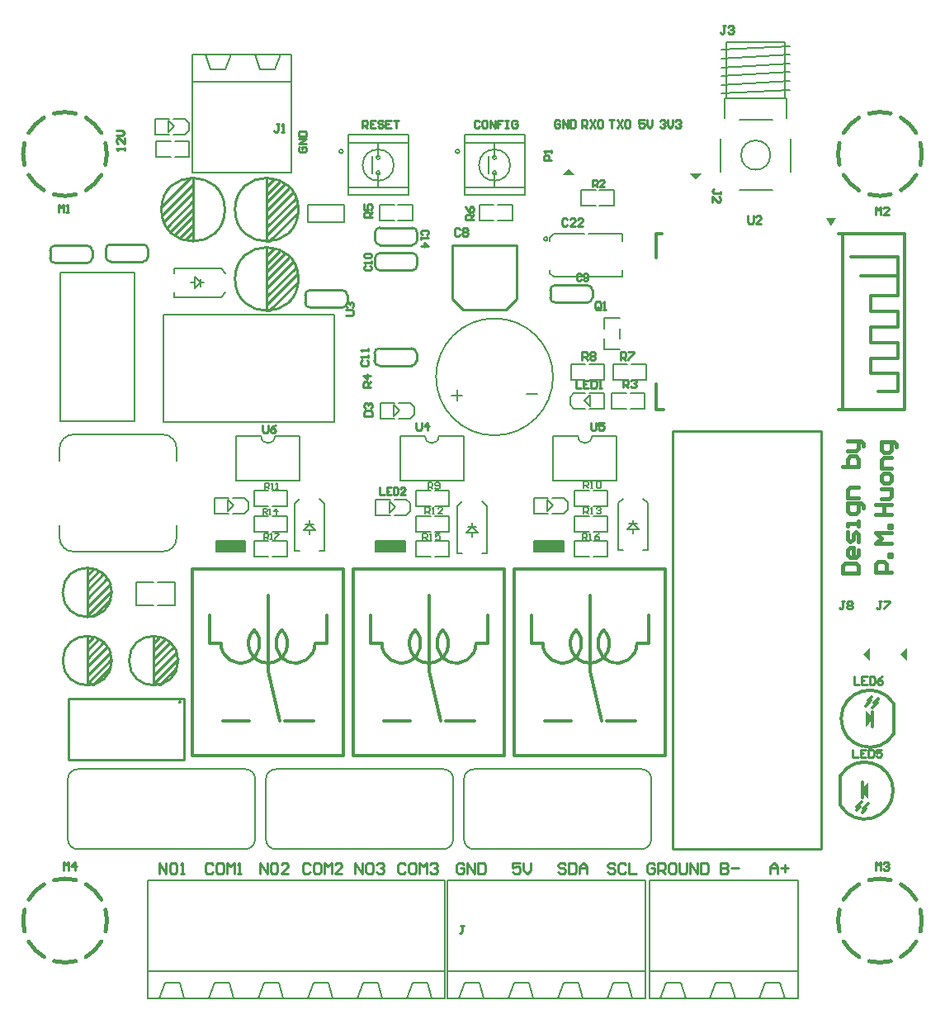
<source format=gto>
G04*
G04 #@! TF.GenerationSoftware,Altium Limited,Altium Designer,21.2.1 (34)*
G04*
G04 Layer_Color=65535*
%FSTAX24Y24*%
%MOIN*%
G70*
G04*
G04 #@! TF.SameCoordinates,A1A6E38C-14B6-47A5-B441-A3D0562B644C*
G04*
G04*
G04 #@! TF.FilePolarity,Positive*
G04*
G01*
G75*
%ADD10C,0.0157*%
%ADD11C,0.0118*%
%ADD12C,0.0079*%
%ADD13C,0.0100*%
%ADD14C,0.0070*%
%ADD15C,0.0050*%
%ADD16C,0.0040*%
%ADD17C,0.0039*%
%ADD18R,0.0366X0.1815*%
%ADD19R,0.0236X0.0236*%
G36*
X019141Y026817D02*
X017959D01*
Y026383D01*
X019141D01*
Y026817D01*
D02*
G37*
G36*
X025591D02*
X024409D01*
Y026383D01*
X025591D01*
Y026817D01*
D02*
G37*
G36*
X03246Y04161D02*
X03196D01*
X03221Y04186D01*
X03246Y04161D01*
D02*
G37*
G36*
X037312Y041425D02*
X037062Y041675D01*
X037562D01*
X037312Y041425D01*
D02*
G37*
G36*
X031991Y026383D02*
X030809D01*
Y026817D01*
X031991D01*
Y026383D01*
D02*
G37*
G36*
X042805Y039537D02*
X042608Y039852D01*
X043002D01*
X042805Y039537D01*
D02*
G37*
G36*
X04586Y022D02*
X04561Y02225D01*
X04586Y0225D01*
Y022D01*
D02*
G37*
G36*
X04436D02*
X04411Y02225D01*
X04436Y0225D01*
Y022D01*
D02*
G37*
G36*
X04451Y01965D02*
X044195Y0193D01*
Y02D01*
X04451Y01965D01*
D02*
G37*
G36*
X044305Y0164D02*
X04399Y01675D01*
X044305Y0171D01*
Y0164D01*
D02*
G37*
D10*
X045613Y010037D02*
G03*
X046233Y010657I-000846J001466D01*
G01*
X044329Y009868D02*
G03*
X045205Y009868I000438J001635D01*
G01*
X043301Y010657D02*
G03*
X04392Y010037I001466J000846D01*
G01*
X043132Y011942D02*
G03*
X043132Y011065I001635J-000438D01*
G01*
X04392Y01297D02*
G03*
X043301Y01235I000846J-001466D01*
G01*
X045205Y013139D02*
G03*
X044329Y013139I-000438J-001635D01*
G01*
X046233Y01235D02*
G03*
X045613Y01297I-001466J-000846D01*
G01*
X046402Y011065D02*
G03*
X046402Y011942I-001635J000438D01*
G01*
Y04201D02*
G03*
X046402Y042887I-001635J000438D01*
G01*
X046233Y043295D02*
G03*
X045613Y043915I-001466J-000846D01*
G01*
X045205Y044084D02*
G03*
X044329Y044084I-000438J-001635D01*
G01*
X04392Y043915D02*
G03*
X043301Y043295I000846J-001466D01*
G01*
X043132Y042887D02*
G03*
X043132Y04201I001635J-000438D01*
G01*
X043301Y041602D02*
G03*
X04392Y040982I001466J000846D01*
G01*
X044329Y040813D02*
G03*
X045205Y040813I000438J001635D01*
G01*
X045613Y040982D02*
G03*
X046233Y041602I-000846J001466D01*
G01*
X013485Y042008D02*
G03*
X013485Y042885I-001635J000438D01*
G01*
X013316Y043293D02*
G03*
X012696Y043913I-001466J-000846D01*
G01*
X012288Y044082D02*
G03*
X011412Y044082I-000438J-001635D01*
G01*
X011004Y043913D02*
G03*
X010384Y043293I000846J-001466D01*
G01*
X010215Y042885D02*
G03*
X010215Y042008I001635J-000438D01*
G01*
X010384Y0416D02*
G03*
X011004Y04098I001466J000846D01*
G01*
X011412Y040811D02*
G03*
X012288Y040811I000438J001635D01*
G01*
X012696Y04098D02*
G03*
X013316Y0416I-000846J001466D01*
G01*
X0127Y010037D02*
G03*
X01332Y010657I-000846J001466D01*
G01*
X011415Y009868D02*
G03*
X012292Y009868I000438J001635D01*
G01*
X010387Y010657D02*
G03*
X011007Y010037I001466J000846D01*
G01*
X010218Y011942D02*
G03*
X010218Y011065I001635J-000438D01*
G01*
X011007Y01297D02*
G03*
X010387Y01235I000846J-001466D01*
G01*
X012292Y013139D02*
G03*
X011415Y013139I-000438J-001635D01*
G01*
X01332Y01235D02*
G03*
X0127Y01297I-001466J-000846D01*
G01*
X013489Y011065D02*
G03*
X013489Y011942I-001635J000438D01*
G01*
X043259Y025524D02*
X043889D01*
Y025839D01*
X043784Y025944D01*
X043364D01*
X043259Y025839D01*
Y025524D01*
X043889Y026468D02*
Y026258D01*
X043784Y026153D01*
X043574D01*
X043469Y026258D01*
Y026468D01*
X043574Y026573D01*
X043679D01*
Y026153D01*
X043889Y026783D02*
Y027098D01*
X043784Y027203D01*
X043679Y027098D01*
Y026888D01*
X043574Y026783D01*
X043469Y026888D01*
Y027203D01*
X043889Y027413D02*
Y027623D01*
Y027518D01*
X043469D01*
Y027413D01*
X044099Y028148D02*
Y028252D01*
X043994Y028357D01*
X043469D01*
Y028043D01*
X043574Y027938D01*
X043784D01*
X043889Y028043D01*
Y028357D01*
Y028567D02*
X043469D01*
Y028882D01*
X043574Y028987D01*
X043889D01*
X043259Y029827D02*
X043889D01*
Y030142D01*
X043784Y030247D01*
X043679D01*
X043574D01*
X043469Y030142D01*
Y029827D01*
Y030456D02*
X043784D01*
X043889Y030561D01*
Y030876D01*
X043994D01*
X044099Y030771D01*
Y030666D01*
X043889Y030876D02*
X043469D01*
X045233Y025576D02*
X044603D01*
Y025891D01*
X044708Y025996D01*
X044918D01*
X045023Y025891D01*
Y025576D01*
X045233Y026206D02*
X045128D01*
Y026311D01*
X045233D01*
Y026206D01*
Y026731D02*
X044603D01*
X044813Y026941D01*
X044603Y02715D01*
X045233D01*
Y02736D02*
X045128D01*
Y027465D01*
X045233D01*
Y02736D01*
X044603Y027885D02*
X045233D01*
X044918D01*
Y028305D01*
X044603D01*
X045233D01*
X044813Y028515D02*
X045128D01*
X045233Y02862D01*
Y028935D01*
X044813D01*
X045233Y02925D02*
Y029459D01*
X045128Y029564D01*
X044918D01*
X044813Y029459D01*
Y02925D01*
X044918Y029145D01*
X045128D01*
X045233Y02925D01*
Y029774D02*
X044813D01*
Y030089D01*
X044918Y030194D01*
X045233D01*
X045443Y030614D02*
Y030719D01*
X045338Y030824D01*
X044813D01*
Y030509D01*
X044918Y030404D01*
X045128D01*
X045233Y030509D01*
Y030824D01*
D11*
X045336Y020242D02*
G03*
X045336Y019058I-000986J-000592D01*
G01*
X043164Y016158D02*
G03*
X043164Y017342I000986J000592D01*
G01*
X032493Y023241D02*
G03*
X033607Y023241I000557J-000557D01*
G01*
X031149Y022685D02*
G03*
X032493Y023241I000787J0D01*
G01*
X033607D02*
G03*
X034951Y022685I000557J-000557D01*
G01*
X025993Y023241D02*
G03*
X027107Y023241I000557J-000557D01*
G01*
X024649Y022685D02*
G03*
X025993Y023241I000787J0D01*
G01*
X027107D02*
G03*
X028451Y022685I000557J-000557D01*
G01*
X020607Y023241D02*
G03*
X021951Y022685I000557J-000557D01*
G01*
X018149D02*
G03*
X019493Y023241I000787J0D01*
G01*
D02*
G03*
X020607Y023241I000557J-000557D01*
G01*
X044205Y020175D02*
X04441Y02038D01*
X04429D02*
X04441D01*
X04429D02*
X044435Y020525D01*
X04444Y020525D01*
X045336Y019058D02*
Y020242D01*
X04445Y01994D02*
X04445Y01932D01*
X04468Y02044D02*
X04468Y020445D01*
X04453Y02029D02*
X04468Y02044D01*
X04453Y02029D02*
X04466D01*
X044475Y020105D02*
X04466Y02029D01*
X04409Y01602D02*
X044295Y016225D01*
X04409Y01602D02*
X04421D01*
X044065Y015875D02*
X04421Y01602D01*
X04406Y015875D02*
X044065Y015875D01*
X043164Y016158D02*
Y017342D01*
X04405Y01708D02*
X04405Y01646D01*
X04382Y015955D02*
X04382Y01596D01*
X04397Y01611D01*
X04384D02*
X04397D01*
X04384D02*
X044025Y016295D01*
X04438Y034839D02*
Y035469D01*
X045482Y036728D02*
Y038303D01*
X04438Y033579D02*
Y034209D01*
Y036098D02*
Y036728D01*
X045482Y034209D02*
Y034839D01*
Y03287D02*
Y033579D01*
X044694Y03287D02*
X045482D01*
X04438Y033579D02*
X045482D01*
X04438Y034209D02*
X045482D01*
X04438Y034839D02*
X045482D01*
X04438Y035469D02*
X045324D01*
X04438Y036098D02*
X045482D01*
X04438Y036728D02*
X045482D01*
X043986Y037516D02*
X045482D01*
X043592Y038303D02*
X045482D01*
Y035469D02*
Y036098D01*
X045324Y035469D02*
X045482D01*
X043273Y032136D02*
Y039222D01*
X043098Y032136D02*
X045754D01*
X035712D02*
X036011D01*
X043098Y039222D02*
X045754D01*
X035712D02*
X035972D01*
X035712Y032136D02*
Y033159D01*
Y038278D02*
Y039222D01*
X045754Y032136D02*
Y039222D01*
X03305Y021563D02*
X033542Y019555D01*
X031219D02*
X032302D01*
X033739D02*
X034881D01*
X030688Y022685D02*
Y023826D01*
X035412Y022685D02*
Y023826D01*
X03305Y021563D02*
Y024614D01*
X034951Y022685D02*
X035412D01*
X030688D02*
X031149D01*
X036101Y018177D02*
Y025696D01*
X029999Y018177D02*
X036101D01*
X029999D02*
Y025696D01*
X036101D01*
X02655Y021563D02*
X027042Y019555D01*
X024719D02*
X025802D01*
X027239D02*
X028381D01*
X024188Y022685D02*
Y023826D01*
X028912Y022685D02*
Y023826D01*
X02655Y021563D02*
Y024614D01*
X028451Y022685D02*
X028912D01*
X024188D02*
X024649D01*
X029601Y018177D02*
Y025696D01*
X023499Y018177D02*
X029601D01*
X023499D02*
Y025696D01*
X029601D01*
X016999D02*
X023101D01*
X016999Y018177D02*
Y025696D01*
Y018177D02*
X023101D01*
Y025696D01*
X017688Y022685D02*
X018149D01*
X021951D02*
X022412D01*
X02005Y021563D02*
Y024614D01*
X022412Y022685D02*
Y023826D01*
X017688Y022685D02*
Y023826D01*
X020739Y019555D02*
X021881D01*
X018219D02*
X019302D01*
X02005Y021563D02*
X020542Y019555D01*
D12*
X040341Y0424D02*
G03*
X040341Y0424I-000591J0D01*
G01*
X032574Y031052D02*
G03*
X033126Y031052I000276J0D01*
G01*
X026398Y031052D02*
G03*
X026949Y031052I000276J0D01*
G01*
X031345Y039019D02*
G03*
X031345Y039019I-000079J0D01*
G01*
X024579Y041685D02*
G03*
X024579Y041685I-000079J0D01*
G01*
Y042315D02*
G03*
X024579Y042315I-000079J0D01*
G01*
X02513Y042D02*
G03*
X02513Y042I-00063J0D01*
G01*
X023083Y042551D02*
G03*
X023083Y042551I-000079J0D01*
G01*
X029279Y041685D02*
G03*
X029279Y041685I-000079J0D01*
G01*
Y042315D02*
G03*
X029279Y042315I-000079J0D01*
G01*
X02983Y042D02*
G03*
X02983Y042I-00063J0D01*
G01*
X027783Y042551D02*
G03*
X027783Y042551I-000079J0D01*
G01*
X019774Y031052D02*
G03*
X020326Y031052I000276J0D01*
G01*
X012189Y031122D02*
G03*
X011634Y030567I0J-000555D01*
G01*
X011634Y026953D02*
G03*
X012189Y026397I000555J0D01*
G01*
X0158Y026397D02*
G03*
X016359Y026957I0J000559D01*
G01*
X016359Y030563D02*
G03*
X015804Y031122I-000555J000004D01*
G01*
X031562Y03345D02*
G03*
X031562Y03345I-002362J0D01*
G01*
X020364Y017614D02*
G03*
X01997Y01722I0J-000394D01*
G01*
Y01478D02*
G03*
X020364Y014386I000394J0D01*
G01*
X02753Y01722D02*
G03*
X027136Y017614I-000394J0D01*
G01*
Y014386D02*
G03*
X02753Y01478I0J000394D01*
G01*
X035136Y014386D02*
G03*
X03553Y01478I0J000394D01*
G01*
Y01722D02*
G03*
X035136Y017614I-000394J0D01*
G01*
X02797Y01478D02*
G03*
X028364Y014386I000394J0D01*
G01*
Y017614D02*
G03*
X02797Y01722I0J-000394D01*
G01*
X019136Y014386D02*
G03*
X01953Y01478I0J000394D01*
G01*
Y01722D02*
G03*
X019136Y017614I-000394J0D01*
G01*
X01197Y01478D02*
G03*
X012364Y014386I000394J0D01*
G01*
Y017614D02*
G03*
X01197Y01722I0J-000394D01*
G01*
X032691Y040354D02*
Y040984D01*
X033281D01*
X032691Y040354D02*
X033281D01*
X033439D02*
X034029D01*
X033439Y040984D02*
X034029D01*
Y040354D02*
Y040984D01*
X03364Y035396D02*
Y03583D01*
X03427D01*
Y035003D02*
Y035396D01*
X03364Y03457D02*
X03427D01*
X03364D02*
Y035003D01*
X033624Y033324D02*
Y033954D01*
X033034D02*
X033624D01*
X033034Y033324D02*
X033624D01*
X032286D02*
X032876D01*
X032286Y033954D02*
X032876D01*
X032286Y033324D02*
Y033954D01*
X033986Y033324D02*
Y033954D01*
Y033324D02*
X034576D01*
X033986Y033954D02*
X034576D01*
X034734D02*
X035324D01*
X034734Y033324D02*
X035324D01*
Y033954D01*
X032837Y032482D02*
X033073Y032718D01*
Y032246D02*
Y032718D01*
X032837Y032482D02*
X033073Y032246D01*
X032404Y032797D02*
X032876D01*
X032404Y032167D02*
X032876D01*
X033034D02*
X033624D01*
X033034Y032797D02*
X033624D01*
Y032167D02*
Y032797D01*
X032246Y03264D02*
X032404Y032797D01*
X032246Y032325D02*
Y03264D01*
Y032325D02*
X032404Y032167D01*
X035274D02*
Y032797D01*
X034684Y032167D02*
X035274D01*
X034684Y032797D02*
X035274D01*
X033936D02*
X034526D01*
X033936Y032167D02*
X034526D01*
X033936D02*
Y032797D01*
X029919Y039774D02*
Y040404D01*
X029329Y039774D02*
X029919D01*
X029329Y040404D02*
X029919D01*
X028581D02*
X029171D01*
X028581Y039774D02*
X029171D01*
X028581D02*
Y040404D01*
X038372Y04488D02*
X041128Y045038D01*
X038372Y045235D02*
X041128Y045392D01*
X038372Y045589D02*
X041128Y045746D01*
X038372Y045943D02*
X041128Y046101D01*
X038372Y046298D02*
X041128Y046455D01*
X038372Y046652D02*
X041128Y046809D01*
X04101Y043896D02*
Y044683D01*
X03849Y043896D02*
Y044683D01*
X04101D01*
X040931D02*
Y046967D01*
X038569D02*
X040931D01*
X038569Y044683D02*
Y046967D01*
X039081Y043817D02*
X040419D01*
X041167Y041731D02*
Y043069D01*
X038333Y041731D02*
Y043069D01*
X039081Y040983D02*
X040419D01*
X033126Y031052D02*
X03413D01*
X03157D02*
X032574D01*
X03157Y029248D02*
X03413D01*
X03157D02*
Y031052D01*
X03413Y029248D02*
Y031052D01*
X026949Y031052D02*
X027953D01*
X025394D02*
X026398D01*
X025394Y029248D02*
X027953D01*
X025394D02*
Y031052D01*
X027953Y029248D02*
Y031052D01*
X024556Y039774D02*
Y040404D01*
X025146D01*
X024556Y039774D02*
X025146D01*
X025304D02*
X025894D01*
X025304Y040404D02*
X025894D01*
Y039774D02*
Y040404D01*
X031443Y039059D02*
X031601Y039216D01*
X031443Y038941D02*
Y039059D01*
X032979Y039216D02*
X034357D01*
Y038941D02*
Y039216D01*
X031601D02*
X032821D01*
X031601Y037484D02*
X032821D01*
X034357D02*
Y037759D01*
X032979Y037484D02*
X034357D01*
X031443Y037641D02*
Y037759D01*
Y037641D02*
X031601Y037484D01*
X017Y045374D02*
X021D01*
X017Y046476D02*
X021D01*
Y0417D02*
Y046476D01*
X017Y0417D02*
Y046476D01*
Y0417D02*
X021D01*
X017524Y046476D02*
X01772Y045846D01*
X018311D01*
X018547Y046476D01*
X020311Y045846D02*
X020547Y046476D01*
X01972Y045846D02*
X020311D01*
X019524Y046476D02*
X01972Y045846D01*
X024264Y041646D02*
Y042354D01*
X0245Y042315D02*
Y042906D01*
Y041094D02*
Y041685D01*
X02328Y04078D02*
Y04322D01*
X02572Y04078D02*
Y04322D01*
X02328Y041094D02*
X025681D01*
X02328Y042906D02*
X025681D01*
X02328Y04078D02*
X02572D01*
X02328Y04322D02*
X02572D01*
X028964Y041646D02*
Y042354D01*
X0292Y042315D02*
Y042906D01*
Y041094D02*
Y041685D01*
X02798Y04078D02*
Y04322D01*
X03042Y04078D02*
Y04322D01*
X02798Y041094D02*
X030381D01*
X02798Y042906D02*
X030381D01*
X02798Y04078D02*
X03042D01*
X02798Y04322D02*
X03042D01*
X025801Y032397D02*
X025959Y03224D01*
Y031925D02*
Y03224D01*
X025801Y031768D02*
X025959Y031925D01*
X024581Y031768D02*
Y032397D01*
Y031768D02*
X025171D01*
X024581Y032397D02*
X025171D01*
X025329D02*
X025801D01*
X025329Y031768D02*
X025801D01*
X025132Y032319D02*
X025368Y032083D01*
X025132Y031846D02*
Y032319D01*
Y031846D02*
X025368Y032083D01*
X026031Y026185D02*
Y026815D01*
Y026185D02*
X026621D01*
X026031Y026815D02*
X026621D01*
X026779D02*
X027369D01*
X026779Y026185D02*
X027369D01*
Y026815D01*
X026031Y028235D02*
Y028865D01*
Y028235D02*
X026621D01*
X026031Y028865D02*
X026621D01*
X026779D02*
X027369D01*
X026779Y028235D02*
X027369D01*
Y028865D01*
X026031Y02721D02*
Y02784D01*
Y02721D02*
X026621D01*
X026031Y02784D02*
X026621D01*
X026779D02*
X027369D01*
X026779Y02721D02*
X027369D01*
Y02784D01*
X024961Y027955D02*
X025197Y028192D01*
X024961Y027955D02*
Y028428D01*
X025197Y028192D01*
X025157Y027877D02*
X02563D01*
X025157Y028507D02*
X02563D01*
X024409D02*
X025D01*
X024409Y027877D02*
X025D01*
X024409D02*
Y028507D01*
X02563Y027877D02*
X025787Y028034D01*
Y028349D01*
X02563Y028507D02*
X025787Y028349D01*
X020326Y031052D02*
X02133D01*
X01877D02*
X019774D01*
X01877Y029248D02*
X02133D01*
X01877D02*
Y031052D01*
X02133Y029248D02*
Y031052D01*
X019481Y028235D02*
Y028865D01*
Y028235D02*
X020071D01*
X019481Y028865D02*
X020071D01*
X020229D02*
X020819D01*
X020229Y028235D02*
X020819D01*
Y028865D01*
X019481Y02721D02*
Y02784D01*
Y02721D02*
X020071D01*
X019481Y02784D02*
X020071D01*
X020229D02*
X020819D01*
X020229Y02721D02*
X020819D01*
Y02784D01*
X0273Y013129D02*
X0353D01*
X0273Y008352D02*
X0353D01*
X0273D02*
Y013129D01*
X0353Y008352D02*
Y013129D01*
X0273Y009455D02*
X0353D01*
X03458Y008982D02*
X034776Y008352D01*
X033989Y008982D02*
X03458D01*
X033753Y008352D02*
X033989Y008982D01*
X03258D02*
X032776Y008352D01*
X031989Y008982D02*
X03258D01*
X031753Y008352D02*
X031989Y008982D01*
X03058D02*
X030776Y008352D01*
X029989Y008982D02*
X03058D01*
X029753Y008352D02*
X029989Y008982D01*
X02858D02*
X028776Y008352D01*
X027989Y008982D02*
X02858D01*
X027753Y008352D02*
X027989Y008982D01*
X04145Y008352D02*
Y013129D01*
X03545Y008352D02*
Y013129D01*
Y008352D02*
X04145D01*
X03545Y013129D02*
X04145D01*
X03545Y009455D02*
X04145D01*
X04073Y008982D02*
X040926Y008352D01*
X040139Y008982D02*
X04073D01*
X039903Y008352D02*
X040139Y008982D01*
X03873D02*
X038926Y008352D01*
X038139Y008982D02*
X03873D01*
X037903Y008352D02*
X038139Y008982D01*
X03673D02*
X036926Y008352D01*
X036139Y008982D02*
X03673D01*
X035903Y008352D02*
X036139Y008982D01*
X014713Y025172D02*
X015421D01*
X014713Y024228D02*
X015421D01*
X014713D02*
Y025172D01*
X015579Y024228D02*
X016287D01*
X015579Y025172D02*
X016287D01*
Y024228D02*
Y025172D01*
X021672Y039696D02*
Y040404D01*
Y039696D02*
X023128D01*
X021672Y040404D02*
X023128D01*
Y039696D02*
Y040404D01*
X015835Y03596D02*
X022725D01*
X015835Y031629D02*
Y03596D01*
Y031629D02*
X022725D01*
Y03596D01*
X012189Y031122D02*
X015804D01*
X012189Y026397D02*
X0158D01*
X016359Y026957D02*
Y027472D01*
X011634Y026953D02*
Y027472D01*
X016359Y030051D02*
Y030563D01*
X011634Y030051D02*
Y030567D01*
X01465Y03165D02*
Y03765D01*
X01165D02*
X01465D01*
X01165Y03165D02*
Y03765D01*
Y03165D02*
X01465D01*
X016701Y043865D02*
X016859Y043707D01*
Y043393D02*
Y043707D01*
X016701Y043235D02*
X016859Y043393D01*
X015481Y043235D02*
Y043865D01*
Y043235D02*
X016071D01*
X015481Y043865D02*
X016071D01*
X016229D02*
X016701D01*
X016229Y043235D02*
X016701D01*
X016032Y043786D02*
X016268Y04355D01*
X016032Y043314D02*
Y043786D01*
Y043314D02*
X016268Y04355D01*
X032431Y026185D02*
Y026815D01*
Y026185D02*
X033021D01*
X032431Y026815D02*
X033021D01*
X033179D02*
X033769D01*
X033179Y026185D02*
X033769D01*
Y026815D01*
X032431Y028235D02*
Y028865D01*
Y028235D02*
X033021D01*
X032431Y028865D02*
X033021D01*
X033179D02*
X033769D01*
X033179Y028235D02*
X033769D01*
Y028865D01*
X017959Y026383D02*
Y026817D01*
Y026383D02*
X019141D01*
Y026817D01*
X017959D02*
X019141D01*
X030809Y026383D02*
Y026817D01*
Y026383D02*
X031991D01*
Y026817D01*
X030809D02*
X031991D01*
X024409Y026383D02*
Y026817D01*
Y026383D02*
X025591D01*
Y026817D01*
X024409D02*
X025591D01*
X019101Y028565D02*
X019259Y028407D01*
Y028093D02*
Y028407D01*
X019101Y027935D02*
X019259Y028093D01*
X017881Y027935D02*
Y028565D01*
Y027935D02*
X018471D01*
X017881Y028565D02*
X018471D01*
X018629D02*
X019101D01*
X018629Y027935D02*
X019101D01*
X018432Y028486D02*
X018668Y02825D01*
X018432Y028014D02*
Y028486D01*
Y028014D02*
X018668Y02825D01*
X032001Y028565D02*
X032159Y028407D01*
Y028093D02*
Y028407D01*
X032001Y027935D02*
X032159Y028093D01*
X030781Y027935D02*
Y028565D01*
Y027935D02*
X031371D01*
X030781Y028565D02*
X031371D01*
X031529D02*
X032001D01*
X031529Y027935D02*
X032001D01*
X031332Y028486D02*
X031568Y02825D01*
X031332Y028014D02*
Y028486D01*
Y028014D02*
X031568Y02825D01*
X0152Y013129D02*
X0272D01*
X0152Y008352D02*
X0272D01*
X0152D02*
Y013129D01*
X0272Y008352D02*
Y013129D01*
X0152Y009455D02*
X0272D01*
X02648Y008982D02*
X026676Y008352D01*
X025889Y008982D02*
X02648D01*
X025653Y008352D02*
X025889Y008982D01*
X02448D02*
X024676Y008352D01*
X023889Y008982D02*
X02448D01*
X023653Y008352D02*
X023889Y008982D01*
X02248D02*
X022676Y008352D01*
X021889Y008982D02*
X02248D01*
X021653Y008352D02*
X021889Y008982D01*
X02048D02*
X020676Y008352D01*
X019889Y008982D02*
X02048D01*
X019653Y008352D02*
X019889Y008982D01*
X01848D02*
X018676Y008352D01*
X017889Y008982D02*
X01848D01*
X017653Y008352D02*
X017889Y008982D01*
X01648D02*
X016676Y008352D01*
X015889Y008982D02*
X01648D01*
X015653Y008352D02*
X015889Y008982D01*
X021724Y027109D02*
Y027267D01*
Y027503D02*
Y02766D01*
X021566Y027503D02*
X021881D01*
X021724D02*
X02196Y027267D01*
X021488D02*
X02196D01*
X021488D02*
X021724Y027503D01*
X022314Y02644D02*
Y02833D01*
X022118Y028527D02*
X022314Y02833D01*
X021133Y02644D02*
Y02833D01*
X02133Y028527D01*
X022118Y02644D02*
X022314D01*
X021133D02*
X02133D01*
X028295Y027005D02*
Y027163D01*
Y027399D02*
Y027556D01*
X028138Y027399D02*
X028453D01*
X028295D02*
X028532Y027163D01*
X028059D02*
X028532D01*
X028059D02*
X028295Y027399D01*
X028886Y026336D02*
Y028226D01*
X028689Y028422D02*
X028886Y028226D01*
X027705Y026336D02*
Y028226D01*
X027902Y028422D01*
X028689Y026336D02*
X028886D01*
X027705D02*
X027902D01*
X016924Y03725D02*
X017082D01*
X017318D02*
X017476D01*
X017318Y037093D02*
Y037407D01*
X017082Y037014D02*
X017318Y03725D01*
X017082Y037014D02*
Y037486D01*
X017318Y03725D01*
X016255Y036659D02*
X018145D01*
X018342Y036856D01*
X016255Y037841D02*
X018145D01*
X018342Y037644D01*
X016255Y036659D02*
Y036856D01*
Y037644D02*
Y037841D01*
X016869Y042335D02*
Y042965D01*
X016279Y042335D02*
X016869D01*
X016279Y042965D02*
X016869D01*
X015531D02*
X016121D01*
X015531Y042335D02*
X016121D01*
X015531D02*
Y042965D01*
X020364Y017614D02*
X027136D01*
X01997Y01478D02*
Y01722D01*
X02753Y01478D02*
Y01722D01*
X020364Y014386D02*
X027136D01*
X033769Y02721D02*
Y02784D01*
X033179Y02721D02*
X033769D01*
X033179Y02784D02*
X033769D01*
X032431D02*
X033021D01*
X032431Y02721D02*
X033021D01*
X032431D02*
Y02784D01*
X034209Y026455D02*
X034406D01*
X035194D02*
X035391D01*
X034209Y028345D02*
X034406Y028542D01*
X034209Y026455D02*
Y028345D01*
X035194Y028542D02*
X035391Y028345D01*
Y026455D02*
Y028345D01*
X034564Y027282D02*
X0348Y027518D01*
X034564Y027282D02*
X035036D01*
X0348Y027518D02*
X035036Y027282D01*
X034643Y027518D02*
X034957D01*
X0348D02*
Y027676D01*
Y027124D02*
Y027282D01*
X028364Y014386D02*
X035136D01*
X03553Y01478D02*
Y01722D01*
X02797Y01478D02*
Y01722D01*
X028364Y017614D02*
X035136D01*
X020819Y026185D02*
Y026815D01*
X020229Y026185D02*
X020819D01*
X020229Y026815D02*
X020819D01*
X019481D02*
X020071D01*
X019481Y026185D02*
X020071D01*
X019481D02*
Y026815D01*
X012364Y014386D02*
X019136D01*
X01953Y01478D02*
Y01722D01*
X01197Y01478D02*
Y01722D01*
X012364Y017614D02*
X019136D01*
X026306Y026862D02*
Y027138D01*
X026443D01*
X026489Y027092D01*
Y027D01*
X026443Y026954D01*
X026306D01*
X026397D02*
X026489Y026862D01*
X026581D02*
X026673D01*
X026627D01*
Y027138D01*
X026581Y027092D01*
X026994Y027138D02*
X026811D01*
Y027D01*
X026903Y027046D01*
X026948D01*
X026994Y027D01*
Y026908D01*
X026948Y026862D01*
X026857D01*
X026811Y026908D01*
X02652Y028912D02*
Y029188D01*
X026658D01*
X026704Y029142D01*
Y02905D01*
X026658Y029004D01*
X02652D01*
X026612D02*
X026704Y028912D01*
X026796Y028958D02*
X026842Y028912D01*
X026934D01*
X02698Y028958D01*
Y029142D01*
X026934Y029188D01*
X026842D01*
X026796Y029142D01*
Y029096D01*
X026842Y02905D01*
X02698D01*
X026406Y027912D02*
Y028188D01*
X026543D01*
X026589Y028142D01*
Y02805D01*
X026543Y028004D01*
X026406D01*
X026497D02*
X026589Y027912D01*
X026681D02*
X026773D01*
X026727D01*
Y028188D01*
X026681Y028142D01*
X027094Y027912D02*
X026911D01*
X027094Y028096D01*
Y028142D01*
X027048Y028188D01*
X026957D01*
X026911Y028142D01*
X019905Y026882D02*
Y027118D01*
X020023D01*
X020062Y027079D01*
Y027D01*
X020023Y026961D01*
X019905D01*
X019984D02*
X020062Y026882D01*
X020141D02*
X02022D01*
X02018D01*
Y027118D01*
X020141Y027079D01*
X020338Y027118D02*
X020495D01*
Y027079D01*
X020338Y026921D01*
Y026882D01*
X019944Y028932D02*
Y029168D01*
X020062D01*
X020102Y029129D01*
Y02905D01*
X020062Y029011D01*
X019944D01*
X020023D02*
X020102Y028932D01*
X02018D02*
X020259D01*
X02022D01*
Y029168D01*
X02018Y029129D01*
X020377Y028932D02*
X020456D01*
X020416D01*
Y029168D01*
X020377Y029129D01*
X019855Y027907D02*
Y028143D01*
X019973D01*
X020012Y028104D01*
Y028025D01*
X019973Y027986D01*
X019855D01*
X019934D02*
X020012Y027907D01*
X020091D02*
X02017D01*
X02013D01*
Y028143D01*
X020091Y028104D01*
X020406Y027907D02*
Y028143D01*
X020288Y028025D01*
X020445D01*
X032756Y026862D02*
Y027138D01*
X032893D01*
X032939Y027092D01*
Y027D01*
X032893Y026954D01*
X032756D01*
X032847D02*
X032939Y026862D01*
X033031D02*
X033123D01*
X033077D01*
Y027138D01*
X033031Y027092D01*
X033444Y027138D02*
X033353Y027092D01*
X033261Y027D01*
Y026908D01*
X033307Y026862D01*
X033398D01*
X033444Y026908D01*
Y026954D01*
X033398Y027D01*
X033261D01*
X032806Y028962D02*
Y029238D01*
X032943D01*
X032989Y029192D01*
Y0291D01*
X032943Y029054D01*
X032806D01*
X032897D02*
X032989Y028962D01*
X033081D02*
X033173D01*
X033127D01*
Y029238D01*
X033081Y029192D01*
X033311D02*
X033357Y029238D01*
X033448D01*
X033494Y029192D01*
Y029008D01*
X033448Y028962D01*
X033357D01*
X033311Y029008D01*
Y029192D01*
X027687Y032924D02*
Y032485D01*
X027468Y032705D02*
X027906D01*
X03048Y032764D02*
X030918D01*
X032806Y027912D02*
Y028188D01*
X032943D01*
X032989Y028142D01*
Y02805D01*
X032943Y028004D01*
X032806D01*
X032897D02*
X032989Y027912D01*
X033081D02*
X033173D01*
X033127D01*
Y028188D01*
X033081Y028142D01*
X033311D02*
X033357Y028188D01*
X033448D01*
X033494Y028142D01*
Y028096D01*
X033448Y02805D01*
X033403D01*
X033448D01*
X033494Y028004D01*
Y027958D01*
X033448Y027912D01*
X033357D01*
X033311Y027958D01*
D13*
X026075Y039276D02*
G03*
X025875Y039476I-0002J0D01*
G01*
X024575D02*
G03*
X024375Y039276I0J-0002D01*
G01*
Y038976D02*
G03*
X024575Y038776I0002J0D01*
G01*
X025875D02*
G03*
X026075Y038976I0J0002D01*
G01*
X03315Y03695D02*
G03*
X03295Y03715I-0002J0D01*
G01*
X03165D02*
G03*
X03145Y03695I0J-0002D01*
G01*
Y03665D02*
G03*
X03165Y03645I0002J0D01*
G01*
X03295D02*
G03*
X03315Y03665I0J0002D01*
G01*
X02605Y0344D02*
G03*
X02585Y0346I-0002J0D01*
G01*
X02455D02*
G03*
X02435Y0344I0J-0002D01*
G01*
Y0341D02*
G03*
X02455Y0339I0002J0D01*
G01*
X02585D02*
G03*
X02605Y0341I0J0002D01*
G01*
X026075Y038248D02*
G03*
X025875Y038448I-0002J0D01*
G01*
X024575D02*
G03*
X024375Y038248I0J-0002D01*
G01*
Y037948D02*
G03*
X024575Y037748I0002J0D01*
G01*
X025875D02*
G03*
X026075Y037948I0J0002D01*
G01*
X01374Y021996D02*
G03*
X01374Y021996I-00099J0D01*
G01*
X016422D02*
G03*
X016422Y021996I-00099J0D01*
G01*
X01653Y02033D02*
G03*
X01653Y02033I-000037J0D01*
G01*
X01374Y02475D02*
G03*
X01374Y02475I-00099J0D01*
G01*
X02155Y03645D02*
G03*
X02175Y03625I0002J0D01*
G01*
X02305D02*
G03*
X02325Y03645I0J0002D01*
G01*
Y03675D02*
G03*
X02305Y03695I-0002J0D01*
G01*
X02175D02*
G03*
X02155Y03675I0J-0002D01*
G01*
X0152Y0386D02*
G03*
X015Y0388I-0002J0D01*
G01*
X0137D02*
G03*
X0135Y0386I0J-0002D01*
G01*
Y0383D02*
G03*
X0137Y0381I0002J0D01*
G01*
X015D02*
G03*
X0152Y0383I0J0002D01*
G01*
X01125Y03825D02*
G03*
X01145Y03805I0002J0D01*
G01*
X01275D02*
G03*
X01295Y03825I0J0002D01*
G01*
Y03855D02*
G03*
X01275Y03875I-0002J0D01*
G01*
X01145D02*
G03*
X01125Y03855I0J-0002D01*
G01*
X018307Y0402D02*
G03*
X018307Y0402I-00128J0D01*
G01*
X02128Y0374D02*
G03*
X02128Y0374I-00128J0D01*
G01*
Y0402D02*
G03*
X02128Y0402I-00128J0D01*
G01*
X027501Y038749D02*
X030099D01*
X027501Y036584D02*
X027934Y036151D01*
X027501Y036584D02*
Y038749D01*
X027934Y036151D02*
X029666D01*
X030099Y036584D01*
Y038749D01*
X026075Y039126D02*
Y039276D01*
X024575Y039476D02*
X025875D01*
X024375Y038976D02*
Y039276D01*
X024575Y038776D02*
X025875D01*
X026075Y038976D02*
Y039126D01*
X03315Y0368D02*
Y03695D01*
X03165Y03715D02*
X03295D01*
X03145Y03665D02*
Y03695D01*
X03165Y03645D02*
X03295D01*
X03315Y03665D02*
Y0368D01*
X02605Y03425D02*
Y0344D01*
X02455Y0346D02*
X02585D01*
X02435Y0341D02*
Y0344D01*
X02455Y0339D02*
X02585D01*
X02605Y0341D02*
Y03425D01*
X026075Y038098D02*
Y038248D01*
X024575Y038448D02*
X025875D01*
X024375Y037948D02*
Y038248D01*
X024575Y037748D02*
X025875D01*
X026075Y037948D02*
Y038098D01*
X0364Y0144D02*
Y03125D01*
Y0144D02*
X0424D01*
X0364Y03125D02*
X0424D01*
Y0144D02*
Y03125D01*
X01275Y021016D02*
Y022986D01*
Y022516D02*
Y022676D01*
Y022516D02*
Y022686D01*
X01299Y022926D01*
X01275Y022376D02*
Y022386D01*
X01321Y022846D01*
X01275Y022076D02*
X0134Y022726D01*
X01275Y021706D02*
Y021746D01*
X01354Y022536D01*
X01275Y021386D02*
Y021396D01*
X01368Y022326D01*
X01275Y021066D02*
X01374Y022056D01*
X01293Y021036D02*
X01301D01*
X01369Y021716D01*
X015432Y021016D02*
Y022986D01*
Y022516D02*
Y022676D01*
Y022516D02*
Y022686D01*
X015672Y022926D01*
X015432Y022376D02*
Y022386D01*
X015892Y022846D01*
X015432Y022076D02*
X016082Y022726D01*
X015432Y021706D02*
Y021746D01*
X016222Y022536D01*
X015432Y021386D02*
Y021396D01*
X016362Y022326D01*
X015432Y021066D02*
X016422Y022056D01*
X015612Y021036D02*
X015692D01*
X016372Y021716D01*
X011988Y018011D02*
X016646D01*
X011988D02*
Y020475D01*
X016646D01*
Y018011D02*
Y020475D01*
X01275Y02377D02*
Y02574D01*
Y02527D02*
Y02543D01*
Y02527D02*
Y02544D01*
X01299Y02568D01*
X01275Y02513D02*
Y02514D01*
X01321Y0256D01*
X01275Y02483D02*
X0134Y02548D01*
X01275Y02446D02*
Y0245D01*
X01354Y02529D01*
X01275Y02414D02*
Y02415D01*
X01368Y02508D01*
X01275Y02382D02*
X01374Y02481D01*
X01293Y02379D02*
X01301D01*
X01369Y02447D01*
X02155Y03645D02*
Y0366D01*
X02175Y03625D02*
X02305D01*
X02325Y03645D02*
Y03675D01*
X02175Y03695D02*
X02305D01*
X02155Y0366D02*
Y03675D01*
X0152Y03845D02*
Y0386D01*
X0137Y0388D02*
X015D01*
X0135Y0383D02*
Y0386D01*
X0137Y0381D02*
X015D01*
X0152Y0383D02*
Y03845D01*
X01125Y03825D02*
Y0384D01*
X01145Y03805D02*
X01275D01*
X01295Y03825D02*
Y03855D01*
X01145Y03875D02*
X01275D01*
X01125Y0384D02*
Y03855D01*
X017028Y03895D02*
Y04146D01*
Y03926D02*
Y03936D01*
Y03928D02*
Y03937D01*
X016728Y03898D02*
X017028Y03928D01*
Y0396D02*
Y03962D01*
X016498Y03907D02*
X017028Y0396D01*
Y03992D02*
Y03998D01*
X016288Y03918D02*
X017028Y03992D01*
Y04023D02*
Y04026D01*
X016128Y03933D02*
X017028Y04023D01*
Y04056D02*
Y04058D01*
X015978Y03951D02*
X017028Y04056D01*
Y04091D02*
Y04095D01*
X015848Y03973D02*
X017028Y04091D01*
X015788Y04D02*
X017028Y04124D01*
X016918Y04148D02*
X017058D01*
X015768Y04033D02*
X016918Y04148D01*
X02Y03614D02*
Y03865D01*
Y03824D02*
Y03834D01*
Y03823D02*
Y03832D01*
X0203Y03862D01*
X02Y03798D02*
Y038D01*
X02053Y03853D01*
X02Y03762D02*
Y03768D01*
X02074Y03842D01*
X02Y03734D02*
Y03737D01*
X0209Y03827D01*
X02Y03702D02*
Y03704D01*
X02105Y03809D01*
X02Y03665D02*
Y03669D01*
X02118Y03787D01*
X02Y03636D02*
X02124Y0376D01*
X01997Y03612D02*
X02011D01*
X02126Y03727D01*
X02Y03894D02*
Y04145D01*
Y04104D02*
Y04114D01*
Y04103D02*
Y04112D01*
X0203Y04142D01*
X02Y04078D02*
Y0408D01*
X02053Y04133D01*
X02Y04042D02*
Y04048D01*
X02074Y04122D01*
X02Y04014D02*
Y04017D01*
X0209Y04107D01*
X02Y03982D02*
Y03984D01*
X02105Y04089D01*
X02Y03945D02*
Y03949D01*
X02118Y04067D01*
X02Y03916D02*
X02124Y0404D01*
X01997Y03892D02*
X02011D01*
X02126Y04007D01*
X021338Y04274D02*
X021285Y042688D01*
Y042583D01*
X021338Y04253D01*
X021548D01*
X0216Y042583D01*
Y042688D01*
X021548Y04274D01*
X021443D01*
Y042635D01*
X0216Y042845D02*
X021285D01*
X0216Y043055D01*
X021285D01*
Y04316D02*
X0216D01*
Y043317D01*
X021548Y04337D01*
X021338D01*
X021285Y043317D01*
Y04316D01*
X01425Y042606D02*
Y042711D01*
Y042659D01*
X013935D01*
X013988Y042606D01*
X01425Y043079D02*
Y042869D01*
X01404Y043079D01*
X013988D01*
X013935Y043026D01*
Y042921D01*
X013988Y042869D01*
X013935Y043184D02*
X014145D01*
X01425Y043289D01*
X014145Y043394D01*
X013935D01*
X044588Y013543D02*
Y013857D01*
X044693Y013752D01*
X044798Y013857D01*
Y013543D01*
X044902Y013805D02*
X044955Y013857D01*
X04506D01*
X045112Y013805D01*
Y013752D01*
X04506Y0137D01*
X045007D01*
X04506D01*
X045112Y013648D01*
Y013595D01*
X04506Y013543D01*
X044955D01*
X044902Y013595D01*
X043723Y021357D02*
Y021043D01*
X043933D01*
X044248Y021357D02*
X044038D01*
Y021043D01*
X044248D01*
X044038Y0212D02*
X044143D01*
X044352Y021357D02*
Y021043D01*
X04451D01*
X044562Y021095D01*
Y021305D01*
X04451Y021357D01*
X044352D01*
X044877D02*
X044772Y021305D01*
X044667Y0212D01*
Y021095D01*
X04472Y021043D01*
X044825D01*
X044877Y021095D01*
Y021148D01*
X044825Y0212D01*
X044667D01*
X043673Y018407D02*
Y018093D01*
X043883D01*
X044198Y018407D02*
X043988D01*
Y018093D01*
X044198D01*
X043988Y01825D02*
X044093D01*
X044302Y018407D02*
Y018093D01*
X04446D01*
X044512Y018145D01*
Y018355D01*
X04446Y018407D01*
X044302D01*
X044827D02*
X044617D01*
Y01825D01*
X044722Y018302D01*
X044775D01*
X044827Y01825D01*
Y018145D01*
X044775Y018093D01*
X04467D01*
X044617Y018145D01*
X04333Y024395D02*
X043225D01*
X043277D01*
Y024132D01*
X043225Y02408D01*
X043172D01*
X04312Y024132D01*
X043435Y024342D02*
X043487Y024395D01*
X043592D01*
X043645Y024342D01*
Y02429D01*
X043592Y024237D01*
X043645Y024185D01*
Y024132D01*
X043592Y02408D01*
X043487D01*
X043435Y024132D01*
Y024185D01*
X043487Y024237D01*
X043435Y02429D01*
Y024342D01*
X043487Y024237D02*
X043592D01*
X04483Y024395D02*
X044725D01*
X044777D01*
Y024132D01*
X044725Y02408D01*
X044672D01*
X04462Y024132D01*
X044935Y024395D02*
X045145D01*
Y024342D01*
X044935Y024132D01*
Y02408D01*
X033167Y041117D02*
Y041392D01*
X033305D01*
X03335Y041346D01*
Y041254D01*
X033305Y041208D01*
X033167D01*
X033259D02*
X03335Y041117D01*
X033626D02*
X033442D01*
X033626Y0413D01*
Y041346D01*
X03358Y041392D01*
X033488D01*
X033442Y041346D01*
X03348Y036222D02*
Y036432D01*
X033427Y036485D01*
X033322D01*
X03327Y036432D01*
Y036222D01*
X033322Y03617D01*
X033427D01*
X033375Y036275D02*
X03348Y03617D01*
X033427D02*
X03348Y036222D01*
X033585Y03617D02*
X03369D01*
X033637D01*
Y036485D01*
X033585Y036432D01*
X032743Y034142D02*
Y034457D01*
X0329D01*
X032953Y034405D01*
Y0343D01*
X0329Y034247D01*
X032743D01*
X032848D02*
X032953Y034142D01*
X033058Y034405D02*
X03311Y034457D01*
X033215D01*
X033268Y034405D01*
Y034352D01*
X033215Y0343D01*
X033268Y034247D01*
Y034195D01*
X033215Y034142D01*
X03311D01*
X033058Y034195D01*
Y034247D01*
X03311Y0343D01*
X033058Y034352D01*
Y034405D01*
X03311Y0343D02*
X033215D01*
X034293Y034132D02*
Y034446D01*
X03445D01*
X034503Y034394D01*
Y034289D01*
X03445Y034236D01*
X034293D01*
X034398D02*
X034503Y034132D01*
X034608Y034446D02*
X034818D01*
Y034394D01*
X034608Y034184D01*
Y034132D01*
X03248Y033307D02*
Y032992D01*
X03269D01*
X033005Y033307D02*
X032795D01*
Y032992D01*
X033005D01*
X032795Y03315D02*
X0329D01*
X03311Y033307D02*
Y032992D01*
X033268D01*
X03332Y033045D01*
Y033255D01*
X033268Y033307D01*
X03311D01*
X033425Y032992D02*
X03353D01*
X033477D01*
Y033307D01*
X033425Y033255D01*
X034393Y033025D02*
Y03334D01*
X03455D01*
X034603Y033287D01*
Y033182D01*
X03455Y03313D01*
X034393D01*
X034498D02*
X034603Y033025D01*
X034708Y033287D02*
X03476Y03334D01*
X034865D01*
X034918Y033287D01*
Y033235D01*
X034865Y033182D01*
X034813D01*
X034865D01*
X034918Y03313D01*
Y033077D01*
X034865Y033025D01*
X03476D01*
X034708Y033077D01*
X044588Y039993D02*
Y040307D01*
X044693Y040202D01*
X044798Y040307D01*
Y039993D01*
X045112D02*
X044902D01*
X045112Y040202D01*
Y040255D01*
X04506Y040307D01*
X044955D01*
X044902Y040255D01*
X01159Y040093D02*
Y040407D01*
X011695Y040302D01*
X0118Y040407D01*
Y040093D01*
X011905D02*
X01201D01*
X011957D01*
Y040407D01*
X011905Y040355D01*
X039438Y039957D02*
Y039695D01*
X03949Y039643D01*
X039595D01*
X039648Y039695D01*
Y039957D01*
X039962Y039643D02*
X039752D01*
X039962Y039852D01*
Y039905D01*
X03991Y039957D01*
X039805D01*
X039752Y039905D01*
X028357Y039788D02*
X028043D01*
Y039945D01*
X028095Y039998D01*
X0282D01*
X028252Y039945D01*
Y039788D01*
Y039893D02*
X028357Y039998D01*
X028043Y040312D02*
X028095Y040207D01*
X0282Y040102D01*
X028305D01*
X028357Y040155D01*
Y04026D01*
X028305Y040312D01*
X028252D01*
X0282Y04026D01*
Y040102D01*
X027798Y039405D02*
X027745Y039457D01*
X02764D01*
X027588Y039405D01*
Y039195D01*
X02764Y039143D01*
X027745D01*
X027798Y039195D01*
X027902Y039405D02*
X027955Y039457D01*
X02806D01*
X028112Y039405D01*
Y039352D01*
X02806Y0393D01*
X028112Y039248D01*
Y039195D01*
X02806Y039143D01*
X027955D01*
X027902Y039195D01*
Y039248D01*
X027955Y0393D01*
X027902Y039352D01*
Y039405D01*
X027955Y0393D02*
X02806D01*
X038319Y040817D02*
Y040922D01*
Y04087D01*
X038057D01*
X038004Y040922D01*
Y040974D01*
X038057Y041027D01*
X038004Y040502D02*
Y040712D01*
X038214Y040502D01*
X038267D01*
X038319Y040555D01*
Y04066D01*
X038267Y040712D01*
X03853Y047625D02*
X038425D01*
X038477D01*
Y047362D01*
X038425Y04731D01*
X038372D01*
X03832Y047362D01*
X038635Y047572D02*
X038687Y047625D01*
X038792D01*
X038845Y047572D01*
Y04752D01*
X038792Y047467D01*
X03874D01*
X038792D01*
X038845Y047415D01*
Y047362D01*
X038792Y04731D01*
X038687D01*
X038635Y047362D01*
X033088Y031607D02*
Y031345D01*
X03314Y031293D01*
X033245D01*
X033298Y031345D01*
Y031607D01*
X033612D02*
X033402D01*
Y03145D01*
X033507Y031502D01*
X03356D01*
X033612Y03145D01*
Y031345D01*
X03356Y031293D01*
X033455D01*
X033402Y031345D01*
X026038Y031607D02*
Y031345D01*
X02609Y031293D01*
X026195D01*
X026248Y031345D01*
Y031607D01*
X02651Y031293D02*
Y031607D01*
X026352Y03145D01*
X026562D01*
X024257Y039888D02*
X023943D01*
Y040045D01*
X023995Y040098D01*
X0241D01*
X024152Y040045D01*
Y039888D01*
Y039993D02*
X024257Y040098D01*
X023943Y040412D02*
Y040202D01*
X0241D01*
X024048Y040307D01*
Y04036D01*
X0241Y040412D01*
X024205D01*
X024257Y04036D01*
Y040255D01*
X024205Y040202D01*
X026467Y039187D02*
X026513Y039233D01*
Y039325D01*
X026467Y039371D01*
X026283D01*
X026237Y039325D01*
Y039233D01*
X026283Y039187D01*
X026237Y039095D02*
Y039003D01*
Y039049D01*
X026513D01*
X026467Y039095D01*
X026237Y038728D02*
X026513D01*
X026375Y038866D01*
Y038682D01*
X03214Y039805D02*
X032088Y039857D01*
X031983D01*
X03193Y039805D01*
Y039595D01*
X031983Y039543D01*
X032088D01*
X03214Y039595D01*
X032455Y039543D02*
X032245D01*
X032455Y039752D01*
Y039805D01*
X032402Y039857D01*
X032298D01*
X032245Y039805D01*
X03277Y039543D02*
X03256D01*
X03277Y039752D01*
Y039805D01*
X032717Y039857D01*
X032612D01*
X03256Y039805D01*
X032702Y037568D02*
X032656Y037614D01*
X032564D01*
X032518Y037568D01*
Y037384D01*
X032564Y037338D01*
X032656D01*
X032702Y037384D01*
X032794D02*
X03284Y037338D01*
X032932D01*
X032977Y037384D01*
Y037568D01*
X032932Y037614D01*
X03284D01*
X032794Y037568D01*
Y037522D01*
X03284Y037476D01*
X032977D01*
X035248Y043815D02*
X035038D01*
Y043657D01*
X035143Y04371D01*
X035195D01*
X035248Y043657D01*
Y043552D01*
X035195Y0435D01*
X03509D01*
X035038Y043552D01*
X035352Y043815D02*
Y043605D01*
X035457Y0435D01*
X035562Y043605D01*
Y043815D01*
X03588Y043762D02*
X035933Y043815D01*
X036038D01*
X03609Y043762D01*
Y04371D01*
X036038Y043657D01*
X035985D01*
X036038D01*
X03609Y043605D01*
Y043552D01*
X036038Y0435D01*
X035933D01*
X03588Y043552D01*
X036195Y043815D02*
Y043605D01*
X0363Y0435D01*
X036405Y043605D01*
Y043815D01*
X03651Y043762D02*
X036562Y043815D01*
X036667D01*
X03672Y043762D01*
Y04371D01*
X036667Y043657D01*
X036615D01*
X036667D01*
X03672Y043605D01*
Y043552D01*
X036667Y0435D01*
X036562D01*
X03651Y043552D01*
X03273Y0435D02*
Y043815D01*
X032888D01*
X03294Y043762D01*
Y043657D01*
X032888Y043605D01*
X03273D01*
X032835D02*
X03294Y0435D01*
X033045Y043815D02*
X033255Y0435D01*
Y043815D02*
X033045Y0435D01*
X03336Y043762D02*
X033412Y043815D01*
X033517D01*
X03357Y043762D01*
Y043552D01*
X033517Y0435D01*
X033412D01*
X03336Y043552D01*
Y043762D01*
X03383Y043815D02*
X03404D01*
X033935D01*
Y0435D01*
X034145Y043815D02*
X034355Y0435D01*
Y043815D02*
X034145Y0435D01*
X03446Y043762D02*
X034512Y043815D01*
X034617D01*
X03467Y043762D01*
Y043552D01*
X034617Y0435D01*
X034512D01*
X03446Y043552D01*
Y043762D01*
X03184D02*
X031788Y043815D01*
X031683D01*
X03163Y043762D01*
Y043552D01*
X031683Y0435D01*
X031788D01*
X03184Y043552D01*
Y043657D01*
X031735D01*
X031945Y0435D02*
Y043815D01*
X032155Y0435D01*
Y043815D01*
X03226D02*
Y0435D01*
X032417D01*
X03247Y043552D01*
Y043762D01*
X032417Y043815D01*
X03226D01*
X031507Y04219D02*
X031193D01*
Y042348D01*
X031245Y0424D01*
X03135D01*
X031402Y042348D01*
Y04219D01*
X031507Y042505D02*
Y04261D01*
Y042557D01*
X031193D01*
X031245Y042505D01*
X0205Y043657D02*
X020395D01*
X020448D01*
Y043395D01*
X020395Y043343D01*
X020343D01*
X02029Y043395D01*
X020605Y043343D02*
X02071D01*
X020657D01*
Y043657D01*
X020605Y043605D01*
X023865Y043493D02*
Y043807D01*
X024023D01*
X024075Y043755D01*
Y04365D01*
X024023Y043598D01*
X023865D01*
X02397D02*
X024075Y043493D01*
X02439Y043807D02*
X02418D01*
Y043493D01*
X02439D01*
X02418Y04365D02*
X024285D01*
X024705Y043755D02*
X024652Y043807D01*
X024548D01*
X024495Y043755D01*
Y043702D01*
X024548Y04365D01*
X024652D01*
X024705Y043598D01*
Y043545D01*
X024652Y043493D01*
X024548D01*
X024495Y043545D01*
X02502Y043807D02*
X02481D01*
Y043493D01*
X02502D01*
X02481Y04365D02*
X024915D01*
X025125Y043807D02*
X025335D01*
X02523D01*
Y043493D01*
X028594Y043755D02*
X028542Y043807D01*
X028437D01*
X028384Y043755D01*
Y043545D01*
X028437Y043493D01*
X028542D01*
X028594Y043545D01*
X028856Y043807D02*
X028751D01*
X028699Y043755D01*
Y043545D01*
X028751Y043493D01*
X028856D01*
X028909Y043545D01*
Y043755D01*
X028856Y043807D01*
X029014Y043493D02*
Y043807D01*
X029224Y043493D01*
Y043807D01*
X029539D02*
X029329D01*
Y04365D01*
X029434D01*
X029329D01*
Y043493D01*
X029644Y043807D02*
X029749D01*
X029696D01*
Y043493D01*
X029644D01*
X029749D01*
X030116Y043755D02*
X030063Y043807D01*
X029958D01*
X029906Y043755D01*
Y043545D01*
X029958Y043493D01*
X030063D01*
X030116Y043545D01*
Y04365D01*
X030011D01*
X024207Y033038D02*
X023893D01*
Y033195D01*
X023945Y033248D01*
X02405D01*
X024102Y033195D01*
Y033038D01*
Y033143D02*
X024207Y033248D01*
Y03351D02*
X023893D01*
X02405Y033352D01*
Y033562D01*
X023845Y034119D02*
X023793Y034066D01*
Y033961D01*
X023845Y033909D01*
X024055D01*
X024107Y033961D01*
Y034066D01*
X024055Y034119D01*
X024107Y034224D02*
Y034329D01*
Y034276D01*
X023793D01*
X023845Y034224D01*
X024107Y034486D02*
Y034591D01*
Y034539D01*
X023793D01*
X023845Y034486D01*
X023943Y03187D02*
X024257D01*
Y032028D01*
X024205Y03208D01*
X023995D01*
X023943Y032028D01*
Y03187D01*
X023995Y032185D02*
X023943Y032237D01*
Y032342D01*
X023995Y032395D01*
X024048D01*
X0241Y032342D01*
Y03229D01*
Y032342D01*
X024152Y032395D01*
X024205D01*
X024257Y032342D01*
Y032237D01*
X024205Y032185D01*
X023983Y037938D02*
X023937Y037892D01*
Y0378D01*
X023983Y037754D01*
X024167D01*
X024213Y0378D01*
Y037892D01*
X024167Y037938D01*
X024213Y03803D02*
Y038121D01*
Y038075D01*
X023937D01*
X023983Y03803D01*
Y038259D02*
X023937Y038305D01*
Y038397D01*
X023983Y038443D01*
X024167D01*
X024213Y038397D01*
Y038305D01*
X024167Y038259D01*
X023983D01*
X023193Y035938D02*
X023455D01*
X023507Y03599D01*
Y036095D01*
X023455Y036148D01*
X023193D01*
X023245Y036252D02*
X023193Y036305D01*
Y03641D01*
X023245Y036462D01*
X023298D01*
X02335Y03641D01*
Y036357D01*
Y03641D01*
X023402Y036462D01*
X023455D01*
X023507Y03641D01*
Y036305D01*
X023455Y036252D01*
X017817Y013761D02*
X017745Y013833D01*
X017601D01*
X017528Y013761D01*
Y013472D01*
X017601Y0134D01*
X017745D01*
X017817Y013472D01*
X018178Y013833D02*
X018034D01*
X017961Y013761D01*
Y013472D01*
X018034Y0134D01*
X018178D01*
X01825Y013472D01*
Y013761D01*
X018178Y013833D01*
X018394Y0134D02*
Y013833D01*
X018539Y013689D01*
X018683Y013833D01*
Y0134D01*
X018827D02*
X018972D01*
X018899D01*
Y013833D01*
X018827Y013761D01*
X021745D02*
X021673Y013833D01*
X021528D01*
X021456Y013761D01*
Y013472D01*
X021528Y0134D01*
X021673D01*
X021745Y013472D01*
X022106Y013833D02*
X021961D01*
X021889Y013761D01*
Y013472D01*
X021961Y0134D01*
X022106D01*
X022178Y013472D01*
Y013761D01*
X022106Y013833D01*
X022322Y0134D02*
Y013833D01*
X022466Y013689D01*
X022611Y013833D01*
Y0134D01*
X023044D02*
X022755D01*
X023044Y013689D01*
Y013761D01*
X022972Y013833D01*
X022827D01*
X022755Y013761D01*
X019723Y0134D02*
Y013833D01*
X020011Y0134D01*
Y013833D01*
X020372D02*
X020228D01*
X020156Y013761D01*
Y013472D01*
X020228Y0134D01*
X020372D01*
X020444Y013472D01*
Y013761D01*
X020372Y013833D01*
X020877Y0134D02*
X020589D01*
X020877Y013689D01*
Y013761D01*
X020805Y013833D01*
X020661D01*
X020589Y013761D01*
X023573Y0134D02*
Y013833D01*
X023861Y0134D01*
Y013833D01*
X024006Y013761D02*
X024078Y013833D01*
X024222D01*
X024294Y013761D01*
Y013472D01*
X024222Y0134D01*
X024078D01*
X024006Y013472D01*
Y013761D01*
X024439D02*
X024511Y013833D01*
X024655D01*
X024727Y013761D01*
Y013689D01*
X024655Y013616D01*
X024583D01*
X024655D01*
X024727Y013544D01*
Y013472D01*
X024655Y0134D01*
X024511D01*
X024439Y013472D01*
X040339Y0134D02*
Y013689D01*
X040484Y013833D01*
X040628Y013689D01*
Y0134D01*
Y013616D01*
X040339D01*
X040772D02*
X041061D01*
X040916Y013761D02*
Y013472D01*
X038339Y013833D02*
Y0134D01*
X038556D01*
X038628Y013472D01*
Y013544D01*
X038556Y013616D01*
X038339D01*
X038556D01*
X038628Y013689D01*
Y013761D01*
X038556Y013833D01*
X038339D01*
X038772Y013616D02*
X039061D01*
X035662Y013761D02*
X03559Y013833D01*
X035446D01*
X035373Y013761D01*
Y013472D01*
X035446Y0134D01*
X03559D01*
X035662Y013472D01*
Y013616D01*
X035518D01*
X035806Y0134D02*
Y013833D01*
X036023D01*
X036095Y013761D01*
Y013616D01*
X036023Y013544D01*
X035806D01*
X035951D02*
X036095Y0134D01*
X036456Y013833D02*
X036311D01*
X036239Y013761D01*
Y013472D01*
X036311Y0134D01*
X036456D01*
X036528Y013472D01*
Y013761D01*
X036456Y013833D01*
X036672D02*
Y013472D01*
X036744Y0134D01*
X036889D01*
X036961Y013472D01*
Y013833D01*
X037105Y0134D02*
Y013833D01*
X037394Y0134D01*
Y013833D01*
X037538D02*
Y0134D01*
X037754D01*
X037827Y013472D01*
Y013761D01*
X037754Y013833D01*
X037538D01*
X034061Y013761D02*
X033989Y013833D01*
X033845D01*
X033773Y013761D01*
Y013689D01*
X033845Y013616D01*
X033989D01*
X034061Y013544D01*
Y013472D01*
X033989Y0134D01*
X033845D01*
X033773Y013472D01*
X034494Y013761D02*
X034422Y013833D01*
X034278D01*
X034206Y013761D01*
Y013472D01*
X034278Y0134D01*
X034422D01*
X034494Y013472D01*
X034639Y013833D02*
Y0134D01*
X034927D01*
X032061Y013761D02*
X031989Y013833D01*
X031845D01*
X031773Y013761D01*
Y013689D01*
X031845Y013616D01*
X031989D01*
X032061Y013544D01*
Y013472D01*
X031989Y0134D01*
X031845D01*
X031773Y013472D01*
X032206Y013833D02*
Y0134D01*
X032422D01*
X032494Y013472D01*
Y013761D01*
X032422Y013833D01*
X032206D01*
X032639Y0134D02*
Y013689D01*
X032783Y013833D01*
X032927Y013689D01*
Y0134D01*
Y013616D01*
X032639D01*
X030228Y013833D02*
X029939D01*
Y013616D01*
X030084Y013689D01*
X030156D01*
X030228Y013616D01*
Y013472D01*
X030156Y0134D01*
X030011D01*
X029939Y013472D01*
X030372Y013833D02*
Y013544D01*
X030516Y0134D01*
X030661Y013544D01*
Y013833D01*
X027961Y013761D02*
X027889Y013833D01*
X027745D01*
X027673Y013761D01*
Y013472D01*
X027745Y0134D01*
X027889D01*
X027961Y013472D01*
Y013616D01*
X027817D01*
X028106Y0134D02*
Y013833D01*
X028394Y0134D01*
Y013833D01*
X028539D02*
Y0134D01*
X028755D01*
X028827Y013472D01*
Y013761D01*
X028755Y013833D01*
X028539D01*
X025595Y013761D02*
X025523Y013833D01*
X025378D01*
X025306Y013761D01*
Y013472D01*
X025378Y0134D01*
X025523D01*
X025595Y013472D01*
X025956Y013833D02*
X025811D01*
X025739Y013761D01*
Y013472D01*
X025811Y0134D01*
X025956D01*
X026028Y013472D01*
Y013761D01*
X025956Y013833D01*
X026172Y0134D02*
Y013833D01*
X026316Y013689D01*
X026461Y013833D01*
Y0134D01*
X026605Y013761D02*
X026677Y013833D01*
X026822D01*
X026894Y013761D01*
Y013689D01*
X026822Y013616D01*
X026749D01*
X026822D01*
X026894Y013544D01*
Y013472D01*
X026822Y0134D01*
X026677D01*
X026605Y013472D01*
X015645Y0134D02*
Y013833D01*
X015934Y0134D01*
Y013833D01*
X016294D02*
X01615D01*
X016078Y013761D01*
Y013472D01*
X01615Y0134D01*
X016294D01*
X016366Y013472D01*
Y013761D01*
X016294Y013833D01*
X016511Y0134D02*
X016655D01*
X016583D01*
Y013833D01*
X016511Y013761D01*
X011788Y013543D02*
Y013857D01*
X011893Y013752D01*
X011998Y013857D01*
Y013543D01*
X01226D02*
Y013857D01*
X012102Y0137D01*
X012312D01*
X024574Y028979D02*
Y028704D01*
X024757D01*
X025033Y028979D02*
X024849D01*
Y028704D01*
X025033D01*
X024849Y028842D02*
X024941D01*
X025125Y028979D02*
Y028704D01*
X025262D01*
X025308Y02875D01*
Y028933D01*
X025262Y028979D01*
X025125D01*
X025584Y028704D02*
X0254D01*
X025584Y028887D01*
Y028933D01*
X025538Y028979D01*
X025446D01*
X0254Y028933D01*
X019838Y031507D02*
Y031245D01*
X01989Y031193D01*
X019995D01*
X020048Y031245D01*
Y031507D01*
X020362D02*
X020257Y031455D01*
X020152Y03135D01*
Y031245D01*
X020205Y031193D01*
X02031D01*
X020362Y031245D01*
Y031298D01*
X02031Y03135D01*
X020152D01*
X027948Y011307D02*
X027843D01*
X027895D01*
Y011045D01*
X027843Y010993D01*
X02779D01*
X027738Y01104
</source>
